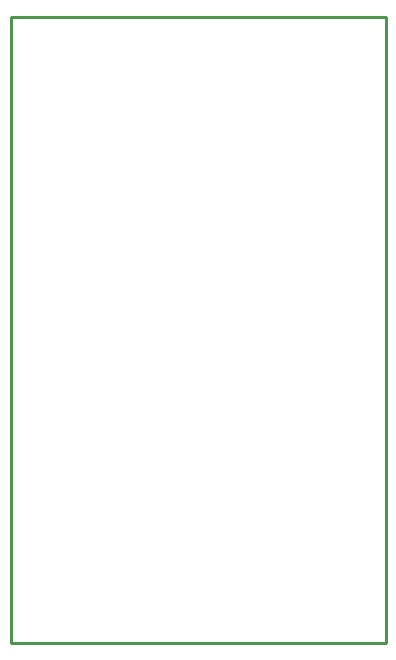
<source format=gbr>
G04 EAGLE Gerber RS-274X export*
G75*
%MOMM*%
%FSLAX34Y34*%
%LPD*%
%IN*%
%IPPOS*%
%AMOC8*
5,1,8,0,0,1.08239X$1,22.5*%
G01*
%ADD10C,0.254000*%


D10*
X0Y0D02*
X317300Y0D01*
X317300Y530100D01*
X0Y530100D01*
X0Y0D01*
M02*

</source>
